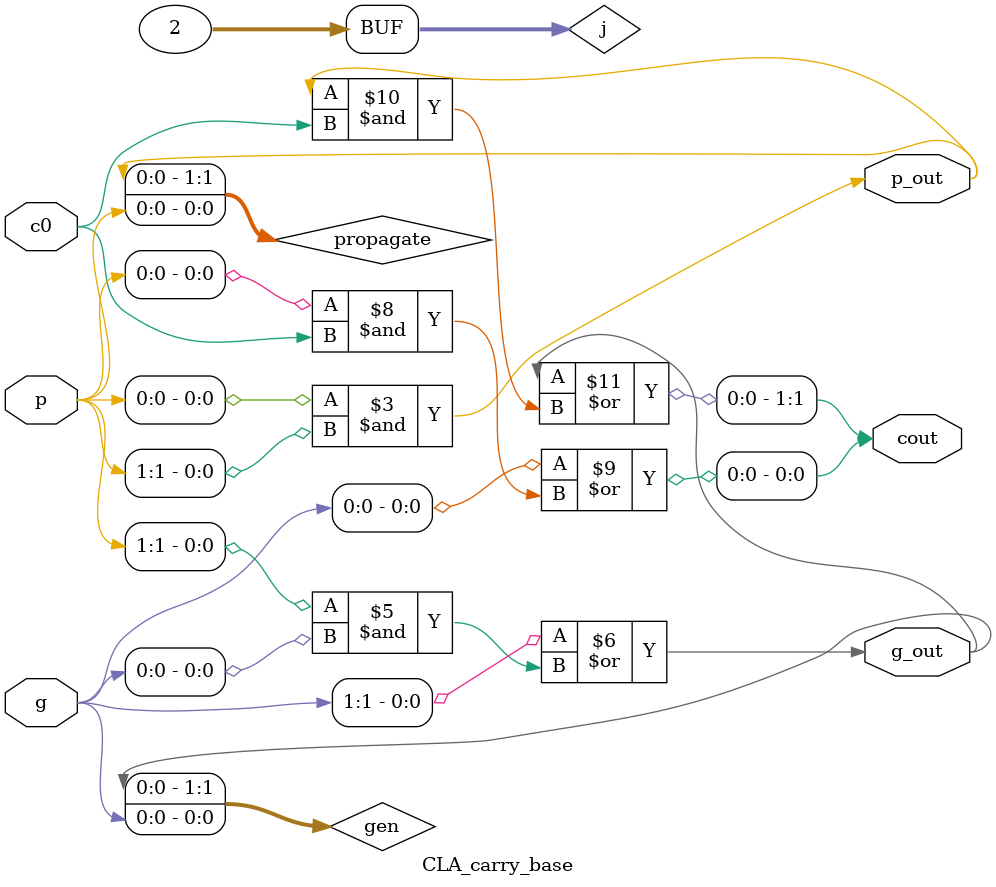
<source format=v>
`timescale 1ns / 1ps

module CLA_carry_base
#(parameter LENGTH =2)
(
     input [LENGTH-1:0] p 
	,input [LENGTH-1:0] g
	,input c0
    ,output reg[LENGTH-1:0]cout
    ,output reg g_out
    ,output reg p_out
);
reg [LENGTH-1:0] gen;
reg [LENGTH-1:0] propagate;
integer j;

/*
// function automatic P;
// 	input [1:0] i;
// 	integer k;
// 	reg result;
// 	begin
// 		if (i==0)
// 		begin
// 			P=p[0];
// 		end
// 		else
// 		begin
// 			P=p[i]&(P(i-1);
// 		end
// 		result=0;
// 		for(k=0;k<=i;k=k+1)
// 		begin
// 			result=result&p[k];
// 		end
// 		P=result;
// 	end
// endfunction
*/
always @ (*)
begin
	// for(j=0;j<LENGTH;j=j+1)
	// begin
	// 	propagate[j]=P(j);
	// end
	propagate[0]=p[0];
	propagate[1]=p[0]&p[1];
	p_out=propagate[LENGTH-1];
end // always
always @ (*)
begin
	// for(j=0;j<LENGTH;j=j+1)
	// begin
	// 	gen[j]=G(j);
	// end
	gen[0]=g[0];
	gen[1]=g[1]|(p[1]&g[0]);
	g_out=gen[LENGTH-1];
end // always

always @ (*)
begin
	for(j=0;j<LENGTH;j=j+1)
	begin
		cout[j]=gen[j]|(propagate[j]&c0);
	end
end // always



endmodule



// `timescale 1ns / 1ps

// module a (
// 	 input [31:0]x
// 	,output [31:0]f
// );

// function automatic [31:0] factorial;
//  input [31:0] fac_of;
 
//  factorial=(fac_of == 1)? 1:factorial(fac_of - 1)*fac_of;
// endfunction
// assign f = factorial(x) ;
// endmodule
</source>
